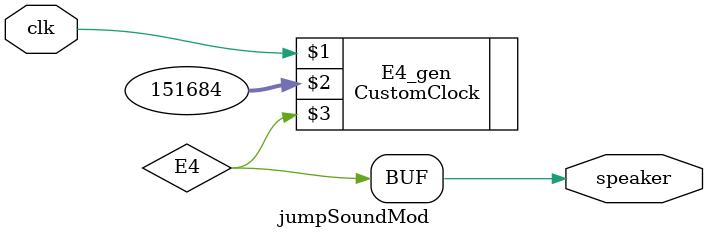
<source format=v>
`timescale 1ns / 1ps


module jumpSoundMod(input clk, output speaker);

//// <Creation of Frequencies> ////
wire E4;
reg music_reg;

CustomClock E4_gen (clk, 151684, E4);
//// </ Creation of Frequencies> ////

    assign speaker = E4;
endmodule
</source>
